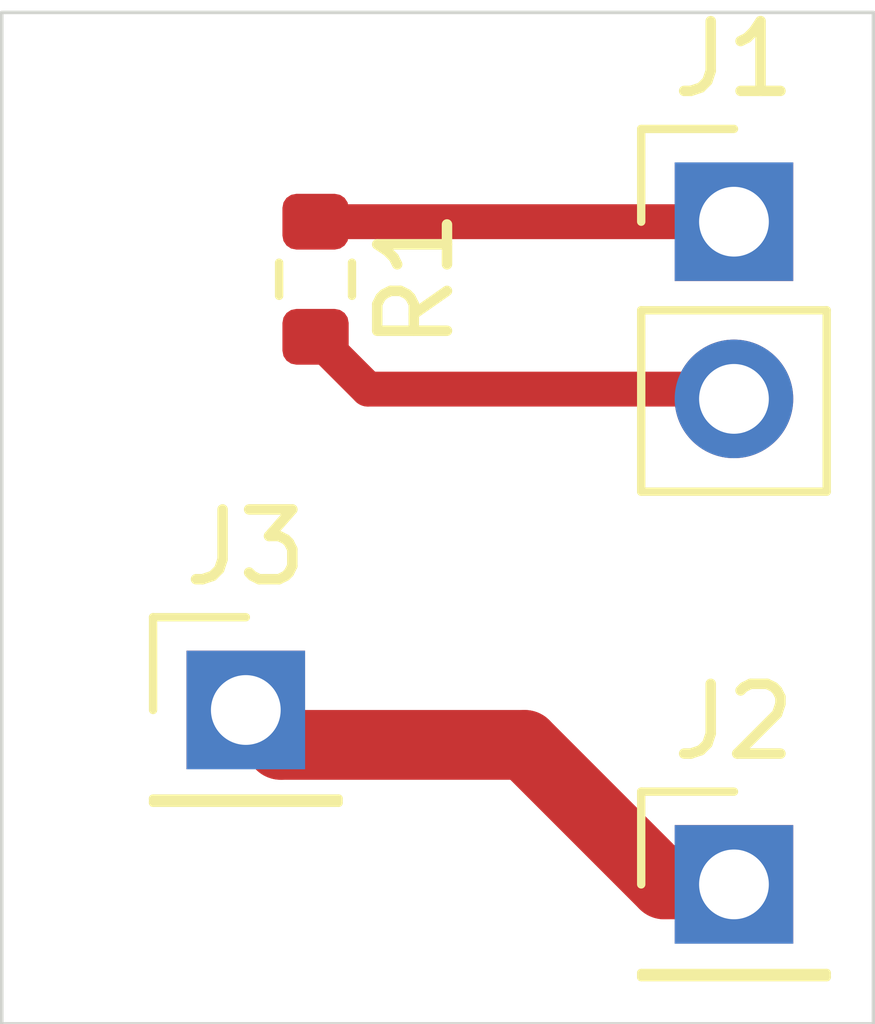
<source format=kicad_pcb>
(kicad_pcb (version 20240108) (generator "pcbnew") (generator_version "8.0")
  (title_block (title "Template") (company "Ontario Tech Racing"))
  (layers (0 "F.Cu" signal) (1 "In1.Cu" signal) (2 "In2.Cu" signal) (31 "B.Cu" signal) (34 "B.Paste" user) (35 "F.Paste" user) (36 "B.SilkS" user "B.Silkscreen") (37 "F.SilkS" user "F.Silkscreen") (38 "B.Mask" user) (39 "F.Mask" user) (44 "Edge.Cuts" user))
  (net 0 "")
  (net 1 "Net-(J1-Pin_1)")
  (net 2 "Net-(J1-Pin_2)")
  (net 3 "/HV")
  (footprint "Connector_PinHeader_2.54mm:PinHeader_1x01_P2.54mm_Vertical" (layer "F.Cu") (at 95.5 68)
    (property "Reference" "J2" (at 0 -2.33 0) (layer "F.SilkS"))
    (property "Value" "Screw_Terminal_01x01")
    (fp_line (start -1.33 -1.33) (end 0 -1.33) (stroke (width 0.12)) (layer "F.SilkS"))
    (fp_line (start -1.33 0) (end -1.33 -1.33) (stroke (width 0.12)) (layer "F.SilkS"))
    (fp_line (start -1.33 1.27) (end -1.33 1.33) (stroke (width 0.12)) (layer "F.SilkS"))
    (fp_line (start -1.33 1.27) (end 1.33 1.27) (stroke (width 0.12)) (layer "F.SilkS"))
    (fp_line (start -1.33 1.33) (end 1.33 1.33) (stroke (width 0.12)) (layer "F.SilkS"))
    (fp_line (start 1.33 1.27) (end 1.33 1.33) (stroke (width 0.12)) (layer "F.SilkS"))
    (pad "1" thru_hole rect (at 0 0) (size 1.7 1.7) (drill 1) (layers "*.Cu" "*.Mask") (net 3 "/HV"))
  )
  (footprint "Connector_PinHeader_2.54mm:PinHeader_1x01_P2.54mm_Vertical" (layer "F.Cu") (at 88.5 65.5)
    (property "Reference" "J3" (at 0 -2.33 0) (layer "F.SilkS"))
    (property "Value" "Screw_Terminal_01x01")
    (fp_line (start -1.33 -1.33) (end 0 -1.33) (stroke (width 0.12)) (layer "F.SilkS"))
    (fp_line (start -1.33 0) (end -1.33 -1.33) (stroke (width 0.12)) (layer "F.SilkS"))
    (fp_line (start -1.33 1.27) (end -1.33 1.33) (stroke (width 0.12)) (layer "F.SilkS"))
    (fp_line (start -1.33 1.27) (end 1.33 1.27) (stroke (width 0.12)) (layer "F.SilkS"))
    (fp_line (start -1.33 1.33) (end 1.33 1.33) (stroke (width 0.12)) (layer "F.SilkS"))
    (fp_line (start 1.33 1.27) (end 1.33 1.33) (stroke (width 0.12)) (layer "F.SilkS"))
    (pad "1" thru_hole rect (at 0 0) (size 1.7 1.7) (drill 1) (layers "*.Cu" "*.Mask") (net 3 "/HV"))
  )
  (footprint "Resistor_SMD:R_0603_1608Metric" (layer "F.Cu") (at 89.5 59.325 -90)
    (property "Reference" "R1" (at 0 -1.43 90) (layer "F.SilkS"))
    (property "Value" "120")
    (fp_line (start -0.237258 0.5225) (end 0.237258 0.5225) (stroke (width 0.12)) (layer "F.SilkS"))
    (fp_line (start -0.237258 -0.5225) (end 0.237258 -0.5225) (stroke (width 0.12)) (layer "F.SilkS"))
    (pad "1" smd roundrect (at -0.825 0 270) (size 0.8 0.95) (layers "F.Cu" "F.Paste" "F.Mask") (net 1 "Net-(J1-Pin_1)"))
    (pad "2" smd roundrect (at 0.825 0 270) (size 0.8 0.95) (layers "F.Cu" "F.Paste" "F.Mask") (net 2 "Net-(J1-Pin_2)"))
  )
  (footprint "Connector_PinHeader_2.54mm:PinHeader_1x02_P2.54mm_Vertical" (layer "F.Cu") (at 95.5 58.5)
    (property "Reference" "J1" (at 0 -2.33 0) (layer "F.SilkS"))
    (property "Value" "Screw_Terminal_01x02")
    (fp_line (start -1.33 -1.33) (end 0 -1.33) (stroke (width 0.12)) (layer "F.SilkS"))
    (fp_line (start -1.33 0) (end -1.33 -1.33) (stroke (width 0.12)) (layer "F.SilkS"))
    (fp_line (start -1.33 1.27) (end -1.33 3.87) (stroke (width 0.12)) (layer "F.SilkS"))
    (fp_line (start -1.33 1.27) (end 1.33 1.27) (stroke (width 0.12)) (layer "F.SilkS"))
    (fp_line (start -1.33 3.87) (end 1.33 3.87) (stroke (width 0.12)) (layer "F.SilkS"))
    (fp_line (start 1.33 1.27) (end 1.33 3.87) (stroke (width 0.12)) (layer "F.SilkS"))
    (pad "1" thru_hole rect (at 0 0) (size 1.7 1.7) (drill 1) (layers "*.Cu" "*.Mask") (net 1 "Net-(J1-Pin_1)"))
    (pad "2" thru_hole oval (at 0 2.54) (size 1.7 1.7) (drill 1) (layers "*.Cu" "*.Mask") (net 2 "Net-(J1-Pin_2)"))
  )
  (gr_rect (start 85 55.5) (end 97.5 70) (stroke (width 0.05)) (fill none) (layer "Edge.Cuts"))
  (segment (start 89.5 58.5) (end 95.5 58.5) (width 0.5) (layer "F.Cu") (net 1))
  (segment (start 89.5 60.15) (end 90.25 60.9) (width 0.5) (layer "F.Cu") (net 2))
  (segment (start 95.36 60.9) (end 95.5 61.04) (width 0.5) (layer "F.Cu") (net 2))
  (segment (start 90.25 60.9) (end 95.36 60.9) (width 0.5) (layer "F.Cu") (net 2))
  (segment (start 89 66) (end 92.5 66) (width 1) (layer "F.Cu") (net 3))
  (segment (start 92.5 66) (end 94.5 68) (width 1) (layer "F.Cu") (net 3))
  (segment (start 88.5 65.5) (end 89 66) (width 1) (layer "F.Cu") (net 3))
  (segment (start 94.5 68) (end 95.495 68) (width 1) (layer "F.Cu") (net 3))
)
</source>
